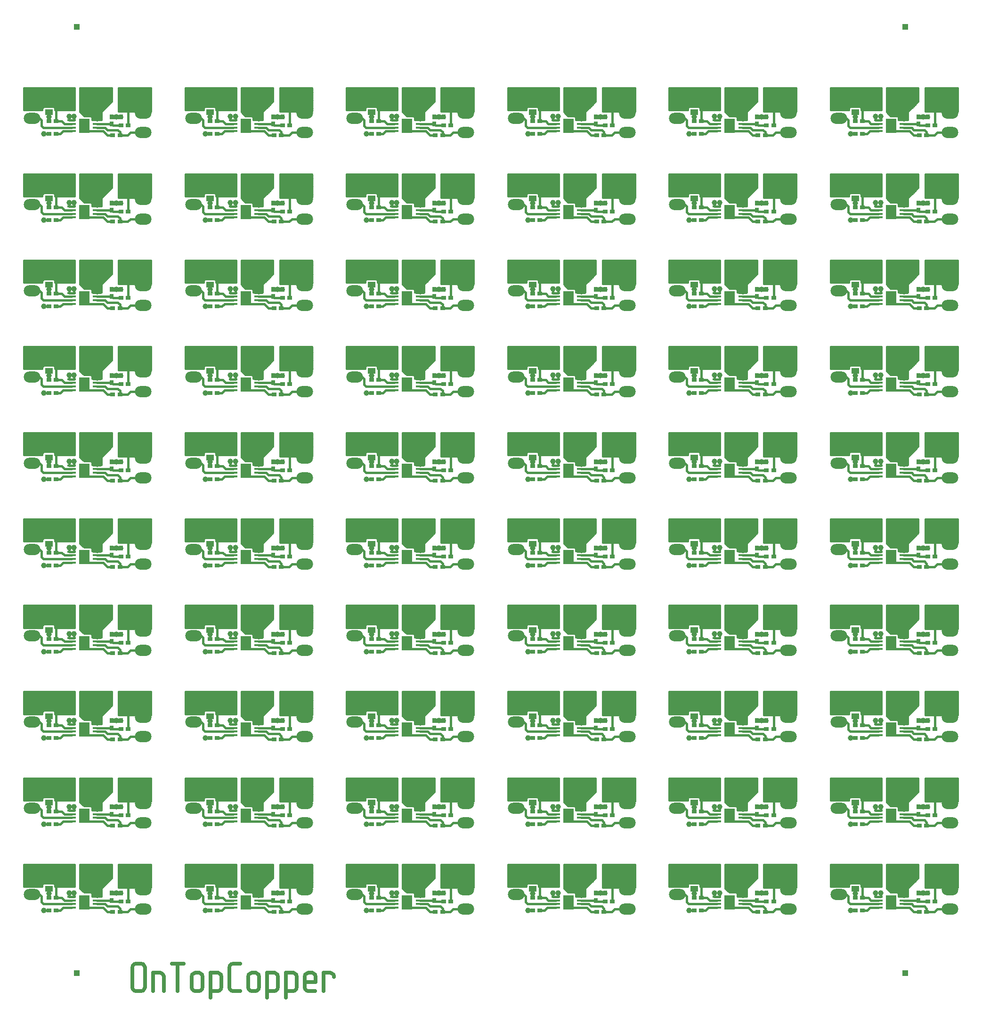
<source format=gbr>
G04 FreePCB MFC Application*
G04 Version: ÏëàòÔîðì 2.427*
G04 Author: niconson.com *
G04 WebSite: https://niconson.com/freepcb2 *
G04 Repositories: https://github.com/niconson *
G04 D:\Works\ÏëàòÔîðì íà ðóññêîì\Projects\Led\version-01\(wERRORS)CAM(Driver-01)(9-14-2025)\Driver-01.TOP.gbr*

G04 Objects of panelization *
G04 ìåäü âåðõ layer *
G04 Scale: 100 percent, Rotated: No, Reflected: No *
%FSLAX26Y26*%
%MOIN*%
G04 ìåäü âåðõ *
G04 Rounded Rectangle Macro, params: W/2, H/2, R *
%AMRNDREC*
21,1,$1+$1,$2+$2-$3-$3,0,0,0*
21,1,$1+$1-$3-$3,$2+$2,0,0,0*
1,1,$3+$3,$1-$3,$2-$3*
1,1,$3+$3,$3-$1,$2-$3*
1,1,$3+$3,$1-$3,$3-$2*
1,1,$3+$3,$3-$1,$3-$2*%
G04 Rectangular Thermal Macro, params: W/4, H/4, TW/4, TC/4 *
%AMRECTHERM*
21,1,$1+$1-$3-$3-$4-$4,$2+$2-$3-$3-$4-$4-$4-$4,0-$1-$3-$4,0-$2-$3,0*
21,1,$1+$1-$3-$3-$4-$4-$4-$4,$2+$2-$3-$3-$4-$4,0-$1-$3,0-$2-$3-$4,0*
1,1,$4+$4+$4+$4,0-$1-$1+$4+$4,0-$2-$2+$4+$4*
1,1,$4+$4+$4+$4,0-$1-$1+$4+$4,0-$3-$3-$4-$4*
1,1,$4+$4+$4+$4,0-$3-$3-$4-$4,0-$2-$2+$4+$4*
21,1,$1+$1-$3-$3-$4-$4,$2+$2-$3-$3-$4-$4-$4-$4,0-$1-$3-$4,$2+$3,0*
21,1,$1+$1-$3-$3-$4-$4-$4-$4,$2+$2-$3-$3-$4-$4,0-$1-$3,$2+$3+$4,0*
1,1,$4+$4+$4+$4,0-$1-$1+$4+$4,$2+$2-$4-$4*
1,1,$4+$4+$4+$4,0-$1-$1+$4+$4,$3+$3+$4+$4*
1,1,$4+$4+$4+$4,0-$3-$3-$4-$4,$2+$2-$4-$4*
21,1,$1+$1-$3-$3-$4-$4,$2+$2-$3-$3-$4-$4-$4-$4,$1+$3+$4,0-$2-$3,0*
21,1,$1+$1-$3-$3-$4-$4-$4-$4,$2+$2-$3-$3-$4-$4,$1+$3,0-$2-$3-$4,0*
1,1,$4+$4+$4+$4,$1+$1-$4-$4,0-$2-$2+$4+$4*
1,1,$4+$4+$4+$4,$1+$1-$4-$4,0-$3-$3-$4-$4*
1,1,$4+$4+$4+$4,$3+$3+$4+$4,0-$2-$2+$4+$4*
21,1,$1+$1-$3-$3-$4-$4,$2+$2-$3-$3-$4-$4-$4-$4,$1+$3+$4,$2+$3,0*
21,1,$1+$1-$3-$3-$4-$4-$4-$4,$2+$2-$3-$3-$4-$4,$1+$3,$2+$3+$4,0*
1,1,$4+$4+$4+$4,$1+$1-$4-$4,$2+$2-$4-$4*
1,1,$4+$4+$4+$4,$1+$1-$4-$4,$3+$3+$4+$4*
1,1,$4+$4+$4+$4,$3+$3+$4+$4,$2+$2-$4-$4*%
%AMRECTHERM_45*
21,1,$1+$1+$1+$1,$2+$2+$2+$2-$4-$4-$4-$4-$4-$4-$4-$4-$4-$4-$3-$3,0,0,0*
21,1,$1+$1+$1+$1-$4-$4-$4-$4-$4-$4-$4-$4-$4-$4-$3-$3,$2+$2+$2+$2,0,0,0*
1,1,$4+$4+$4+$4,$1+$1-$4-$4,$2+$2-$4-$4-$4-$4-$4-$3*
1,1,$4+$4+$4+$4,$1+$1-$4-$4,0-$2-$2+$4+$4+$4+$4+$4+$3*
1,1,$4+$4+$4+$4,$1+$1-$4-$4-$4-$4-$4-$3,$2+$2-$4-$4*
1,1,$4+$4+$4+$4,0-$1-$1+$4+$4+$4+$4+$4+$3,$2+$2-$4-$4*
1,1,$4+$4+$4+$4,0-$1-$1+$4+$4,$2+$2-$4-$4-$4-$4-$4-$3*
1,1,$4+$4+$4+$4,0-$1-$1+$4+$4,0-$2-$2+$4+$4+$4+$4+$4+$3*
1,1,$4+$4+$4+$4,$1+$1-$4-$4-$4-$4-$4-$3,0-$2-$2+$4+$4*
1,1,$4+$4+$4+$4,0-$1-$1+$4+$4+$4+$4+$4+$3,0-$2-$2+$4+$4*%
%ADD10R,0.039370X0.039370*%
%ADD11C,0.028121*%
%ADD12C,0.010000*%
%ADD13C,0.011811*%
%ADD14C,0.010630*%
%ADD15R,0.035433X0.031496*%
%ADD16O,0.118110X0.078740*%
%ADD17R,0.098425X0.157480*%
%ADD18R,0.062992X0.017717*%
%ADD19R,0.072835X0.098425*%
%ADD20R,0.031496X0.035433*%
%ADD21RNDREC,0.039000X0.047500X0.012000*%
%ADD22RNDREC,0.025591X0.019685X0.000000*%
%ADD23C,0.015748*%
%ADD24C,0.039370*%
%ADD25C,0.031500*%
G01*
G04 begin color: clBlack*
%LPD*%

G04 Objects of panelization *
D10*
X-590551Y-846456D03*
X5275590Y5846456D03*
X-590551Y5846456D03*
X5275590Y-846456D03*
D11*
X-196850Y-947300D02*
X-192550Y-960150D01*
X-192550Y-960150D02*
X-184000Y-968700D01*
X-184000Y-968700D02*
X-171150Y-973000D01*
X-171150Y-973000D02*
X-132650Y-973000D01*
X-132650Y-973000D02*
X-119800Y-968700D01*
X-119800Y-968700D02*
X-111250Y-960150D01*
X-111250Y-960150D02*
X-106950Y-947300D01*
X-106950Y-947300D02*
X-106950Y-806100D01*
X-106950Y-806100D02*
X-111250Y-793250D01*
X-111250Y-793250D02*
X-119800Y-784700D01*
X-119800Y-784700D02*
X-132650Y-780400D01*
X-132650Y-780400D02*
X-171150Y-780400D01*
X-171150Y-780400D02*
X-184000Y-784700D01*
X-184000Y-784700D02*
X-192550Y-793250D01*
X-192550Y-793250D02*
X-196850Y-806100D01*
X-196850Y-806100D02*
X-196850Y-947300D01*
X-50650Y-973000D02*
X-50650Y-844600D01*
X-50650Y-844600D02*
X650Y-844600D01*
X650Y-844600D02*
X13500Y-848900D01*
X13500Y-848900D02*
X22050Y-857450D01*
X22050Y-857450D02*
X26350Y-870250D01*
X26350Y-870250D02*
X26350Y-973000D01*
X125450Y-973000D02*
X125450Y-780400D01*
X82650Y-780400D02*
X168200Y-780400D01*
X224550Y-947300D02*
X228800Y-960150D01*
X228800Y-960150D02*
X237350Y-968700D01*
X237350Y-968700D02*
X250200Y-973000D01*
X250200Y-973000D02*
X275900Y-973000D01*
X275900Y-973000D02*
X288700Y-968700D01*
X288700Y-968700D02*
X297300Y-960150D01*
X297300Y-960150D02*
X301550Y-947300D01*
X301550Y-947300D02*
X301550Y-870250D01*
X301550Y-870250D02*
X297300Y-857450D01*
X297300Y-857450D02*
X288700Y-848900D01*
X288700Y-848900D02*
X275900Y-844600D01*
X275900Y-844600D02*
X250200Y-844600D01*
X250200Y-844600D02*
X237350Y-848900D01*
X237350Y-848900D02*
X228800Y-857450D01*
X228800Y-857450D02*
X224550Y-870250D01*
X224550Y-870250D02*
X224550Y-947300D01*
X357850Y-1020050D02*
X357850Y-844600D01*
X357850Y-844600D02*
X409200Y-844600D01*
X409200Y-844600D02*
X422050Y-848900D01*
X422050Y-848900D02*
X430600Y-857450D01*
X430600Y-857450D02*
X434900Y-870250D01*
X434900Y-870250D02*
X434900Y-947300D01*
X434900Y-947300D02*
X430600Y-960150D01*
X430600Y-960150D02*
X422050Y-968700D01*
X422050Y-968700D02*
X409200Y-973000D01*
X409200Y-973000D02*
X357850Y-973000D01*
X568250Y-973000D02*
X516850Y-973000D01*
X516850Y-973000D02*
X504050Y-968700D01*
X504050Y-968700D02*
X495500Y-960150D01*
X495500Y-960150D02*
X491200Y-947300D01*
X491200Y-947300D02*
X491200Y-806100D01*
X491200Y-806100D02*
X495500Y-793250D01*
X495500Y-793250D02*
X504050Y-784700D01*
X504050Y-784700D02*
X516850Y-780400D01*
X516850Y-780400D02*
X568250Y-780400D01*
X624550Y-947300D02*
X628800Y-960150D01*
X628800Y-960150D02*
X637350Y-968700D01*
X637350Y-968700D02*
X650200Y-973000D01*
X650200Y-973000D02*
X675900Y-973000D01*
X675900Y-973000D02*
X688700Y-968700D01*
X688700Y-968700D02*
X697300Y-960150D01*
X697300Y-960150D02*
X701550Y-947300D01*
X701550Y-947300D02*
X701550Y-870250D01*
X701550Y-870250D02*
X697300Y-857450D01*
X697300Y-857450D02*
X688700Y-848900D01*
X688700Y-848900D02*
X675900Y-844600D01*
X675900Y-844600D02*
X650200Y-844600D01*
X650200Y-844600D02*
X637350Y-848900D01*
X637350Y-848900D02*
X628800Y-857450D01*
X628800Y-857450D02*
X624550Y-870250D01*
X624550Y-870250D02*
X624550Y-947300D01*
X757850Y-1020050D02*
X757850Y-844600D01*
X757850Y-844600D02*
X809200Y-844600D01*
X809200Y-844600D02*
X822050Y-848900D01*
X822050Y-848900D02*
X830600Y-857450D01*
X830600Y-857450D02*
X834900Y-870250D01*
X834900Y-870250D02*
X834900Y-947300D01*
X834900Y-947300D02*
X830600Y-960150D01*
X830600Y-960150D02*
X822050Y-968700D01*
X822050Y-968700D02*
X809200Y-973000D01*
X809200Y-973000D02*
X757850Y-973000D01*
X891200Y-1020050D02*
X891200Y-844600D01*
X891200Y-844600D02*
X942550Y-844600D01*
X942550Y-844600D02*
X955400Y-848900D01*
X955400Y-848900D02*
X963950Y-857450D01*
X963950Y-857450D02*
X968250Y-870250D01*
X968250Y-870250D02*
X968250Y-947300D01*
X968250Y-947300D02*
X963950Y-960150D01*
X963950Y-960150D02*
X955400Y-968700D01*
X955400Y-968700D02*
X942550Y-973000D01*
X942550Y-973000D02*
X891200Y-973000D01*
X1024550Y-908800D02*
X1101550Y-908800D01*
X1101550Y-908800D02*
X1101550Y-870250D01*
X1101550Y-870250D02*
X1097300Y-857450D01*
X1097300Y-857450D02*
X1088750Y-848900D01*
X1088750Y-848900D02*
X1075900Y-844600D01*
X1075900Y-844600D02*
X1050200Y-844600D01*
X1050200Y-844600D02*
X1037400Y-848900D01*
X1037400Y-848900D02*
X1028800Y-857450D01*
X1028800Y-857450D02*
X1024550Y-870250D01*
X1024550Y-870250D02*
X1024550Y-947300D01*
X1024550Y-947300D02*
X1028800Y-960150D01*
X1028800Y-960150D02*
X1037400Y-968700D01*
X1037400Y-968700D02*
X1050200Y-973000D01*
X1050200Y-973000D02*
X1097300Y-973000D01*
X1157850Y-973000D02*
X1157850Y-844600D01*
X1157850Y-844600D02*
X1204950Y-844600D01*
X1204950Y-844600D02*
X1217800Y-848900D01*
X1217800Y-848900D02*
X1226350Y-857450D01*
X1226350Y-857450D02*
X1230600Y-866000D01*
X1230600Y-866000D02*
X1230600Y-874550D01*
D12*

G04 Step and Repeat for panelization *
%SRX6Y10I1.141732J0.610236*%

G04 ----------------------- Draw board outline (positive)*
D14*
G04 driwing hatch*
X-601700Y-226800D02*
X-743900Y-226800D01*
X-830850Y-226850D02*
X-961050Y-226850D01*
X-601700Y-217350D02*
X-747500Y-217350D01*
X-827300Y-217350D02*
X-961050Y-217400D01*
X-961050Y-207950D02*
X-601700Y-207900D01*
X-961050Y-198450D02*
X-601700Y-198450D01*
X-961050Y-189000D02*
X-601700Y-188950D01*
X-961050Y-179550D02*
X-601700Y-179500D01*
X-961050Y-170100D02*
X-601700Y-170050D01*
X-961050Y-160650D02*
X-601700Y-160600D01*
X-961050Y-151150D02*
X-601700Y-151150D01*
X-961050Y-141700D02*
X-601700Y-141700D01*
X-961050Y-132250D02*
X-601700Y-132200D01*
X-961050Y-122800D02*
X-601700Y-122750D01*
X-961050Y-113350D02*
X-601700Y-113300D01*
X-961050Y-103900D02*
X-601700Y-103850D01*
X-961050Y-94400D02*
X-601700Y-94400D01*
X-961050Y-84950D02*
X-601700Y-84900D01*
D13*
X-601737Y-235694D02*
X-743917Y-235694D01*
X-743917Y-220974D01*
X-752864Y-212027D01*
X-821938Y-212027D01*
X-830885Y-220974D01*
X-830885Y-235694D01*
X-961081Y-235694D01*
X-961081Y-78755D01*
X-601737Y-78755D01*
X-601737Y-235694D01*
D14*
G04 driwing hatch*
X-413750Y-302400D02*
X-480450Y-302400D01*
X-413750Y-292900D02*
X-480450Y-292950D01*
X-413750Y-283450D02*
X-483900Y-283450D01*
X-413750Y-274000D02*
X-540900Y-274000D01*
X-413750Y-264550D02*
X-550350Y-264550D01*
X-413750Y-255100D02*
X-559800Y-255100D01*
X-409750Y-245650D02*
X-565000Y-245650D01*
X-400300Y-236150D02*
X-565000Y-236200D01*
X-390850Y-226700D02*
X-565000Y-226700D01*
X-381350Y-217250D02*
X-565000Y-217250D01*
X-371900Y-207800D02*
X-565000Y-207800D01*
X-362450Y-198350D02*
X-565000Y-198350D01*
X-353000Y-188850D02*
X-565000Y-188900D01*
X-343550Y-179400D02*
X-565000Y-179450D01*
X-565000Y-169950D02*
X-339500Y-169950D01*
X-565000Y-160500D02*
X-339500Y-160500D01*
X-565000Y-151050D02*
X-339500Y-151050D01*
X-565000Y-141600D02*
X-339500Y-141550D01*
X-565000Y-132150D02*
X-339500Y-132100D01*
X-565000Y-122700D02*
X-339500Y-122650D01*
X-565000Y-113200D02*
X-339500Y-113200D01*
X-565000Y-103750D02*
X-339500Y-103750D01*
X-565000Y-94300D02*
X-339500Y-94300D01*
X-565000Y-84850D02*
X-339500Y-84800D01*
D13*
X-339502Y-175379D02*
X-413792Y-249669D01*
X-413792Y-305544D01*
X-480486Y-305544D01*
X-480486Y-286932D01*
X-489433Y-277985D01*
X-536977Y-277985D01*
X-565002Y-249960D01*
X-565001Y-78755D01*
X-339502Y-78755D01*
X-339502Y-175379D01*
D14*
G04 driwing hatch*
X-291350Y-236200D02*
X-62550Y-236200D01*
X-291350Y-226750D02*
X-62550Y-226750D01*
X-291350Y-217300D02*
X-62550Y-217300D01*
X-291350Y-207850D02*
X-62550Y-207850D01*
X-291350Y-198400D02*
X-62550Y-198350D01*
X-291350Y-188950D02*
X-62550Y-188900D01*
X-291350Y-179450D02*
X-62550Y-179450D01*
X-291350Y-170000D02*
X-62550Y-170000D01*
X-291350Y-160550D02*
X-62550Y-160550D01*
X-291350Y-151100D02*
X-62550Y-151050D01*
X-291350Y-141650D02*
X-62550Y-141600D01*
X-291350Y-132200D02*
X-62550Y-132150D01*
X-291350Y-122700D02*
X-62550Y-122700D01*
X-291350Y-113250D02*
X-62550Y-113250D01*
X-291350Y-103800D02*
X-62550Y-103800D01*
X-291350Y-94350D02*
X-62550Y-94300D01*
X-291350Y-84900D02*
X-62550Y-84850D01*
D13*
X-62572Y-244906D02*
X-291351Y-244906D01*
X-291351Y-78755D01*
X-62572Y-78755D01*
X-62572Y-244906D01*

G04 -------------- Draw Parts, Pads, Traces, Vias and Text (positive)*
D15*
X-275590Y-341351D03*
X-224409Y-341351D03*
D16*
X-905511Y-290958D03*
X-118110Y-393700D03*
X-118110Y-255905D03*
D17*
X-515748Y-157480D03*
X-669291Y-157480D03*
D18*
X-625348Y-306705D03*
X-625348Y-332296D03*
X-625348Y-357887D03*
X-625348Y-383477D03*
X-444246Y-383477D03*
X-444246Y-357887D03*
X-444246Y-332296D03*
X-444246Y-306705D03*
D19*
X-534797Y-345091D03*
D20*
X-342125Y-281115D03*
X-342125Y-332296D03*
D16*
X-905511Y-118110D03*
D21*
X-374015Y-137795D03*
X-166015Y-137795D03*
D15*
X-334645Y-413385D03*
X-283464Y-413385D03*
X-787401Y-403162D03*
X-736220Y-403162D03*
X-787401Y-312611D03*
X-736220Y-312611D03*
D22*
X-787401Y-249606D03*
X-787401Y-177165D03*
D20*
X-275590Y-281115D03*
X-275590Y-229934D03*

G04 Draw traces*
D23*
X-625348Y-332296D02*
X-676245Y-332296D01*
X-676245Y-332296D02*
X-695930Y-312611D01*
X-695930Y-312611D02*
X-736220Y-312611D01*
X-736220Y-312611D02*
X-736220Y-224765D01*
X-283464Y-413385D02*
X-283501Y-389705D01*
X-283501Y-389705D02*
X-298951Y-374205D01*
X-298951Y-374205D02*
X-373055Y-374198D01*
X-373055Y-374198D02*
X-389367Y-357887D01*
X-389367Y-357887D02*
X-444246Y-357887D01*
X-283464Y-413385D02*
X-227751Y-413405D01*
X-227751Y-413405D02*
X-208051Y-393705D01*
X-208051Y-393705D02*
X-118110Y-393700D01*
X-625348Y-357887D02*
X-825210Y-357886D01*
X-825210Y-357886D02*
X-838587Y-344514D01*
X-838587Y-344514D02*
X-838601Y-304355D01*
X-838601Y-304355D02*
X-852001Y-291005D01*
X-852001Y-291005D02*
X-905511Y-290958D01*
X-787401Y-403162D02*
X-822508Y-403162D01*
D24*
X-822508Y-403162D03*
D25*
X-275590Y-281115D02*
X-309325Y-281115D01*
D24*
X-309325Y-281115D03*
D25*
X-309325Y-281115D02*
X-342125Y-281115D01*
D23*
X-334645Y-413385D02*
X-372984Y-413385D01*
X-372984Y-413385D02*
X-402892Y-383477D01*
X-402892Y-383477D02*
X-444246Y-383477D01*
X-625348Y-306705D02*
X-643031Y-306706D01*
X-643031Y-306706D02*
X-643031Y-278951D01*
D24*
X-643031Y-278951D03*
D23*
X-625348Y-306705D02*
X-607632Y-306705D01*
X-607632Y-306705D02*
X-607632Y-278951D01*
D24*
X-607632Y-278951D03*
D23*
X-787401Y-249606D02*
X-787401Y-282228D01*
D24*
X-787401Y-282228D03*
D23*
X-787401Y-282228D02*
X-787401Y-312611D01*
X-534797Y-345091D02*
X-534797Y-383477D01*
X-534797Y-383477D02*
X-444246Y-383477D01*
X-342125Y-332296D02*
X-444246Y-332296D01*
X-342125Y-332296D02*
X-333070Y-341351D01*
X-333070Y-341351D02*
X-275590Y-341351D01*
X-736220Y-403162D02*
X-704617Y-403162D01*
X-704617Y-403162D02*
X-684932Y-383477D01*
X-684932Y-383477D02*
X-625348Y-383477D01*
X-118110Y-255905D02*
X-118110Y-205584D01*
X-224409Y-341351D02*
X-224409Y-242708D01*
X-444246Y-306705D02*
X-448183Y-280077D01*

G04 Draw Text*
D12*
M02*

</source>
